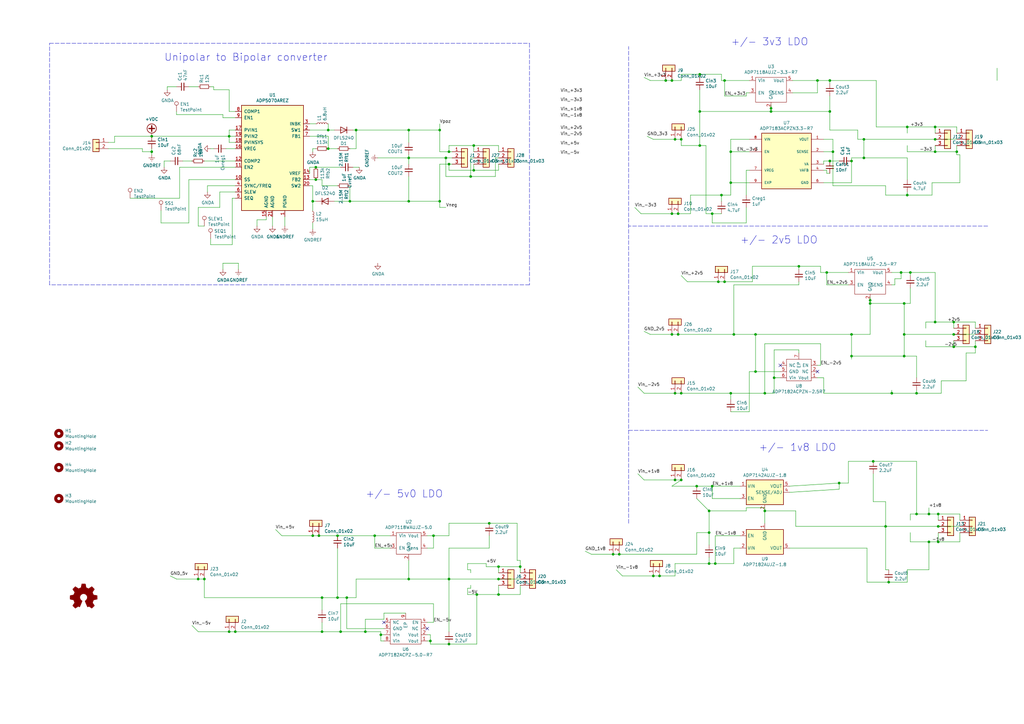
<source format=kicad_sch>
(kicad_sch (version 20211123) (generator eeschema)
  (paper "A3")
  (junction (at 177.8 219.71))
  (junction (at 129.54 73.66))
  (junction (at 364.49 238.76))
  (junction (at 391.16 132.08))
  (junction (at 167.64 53.34))
  (junction (at 129.54 68.58))
  (junction (at 193.04 72.39))
  (junction (at 128.27 82.55))
  (junction (at 340.36 45.72))
  (junction (at 279.4 196.85))
  (junction (at 276.86 161.29))
  (junction (at 184.15 264.16))
  (junction (at 375.92 210.82))
  (junction (at 96.52 259.08))
  (junction (at 381 210.82))
  (junction (at 349.25 137.16))
  (junction (at 213.36 232.41))
  (junction (at 130.81 219.71))
  (junction (at 285.75 199.39))
  (junction (at 344.17 198.12))
  (junction (at 365.76 161.29))
  (junction (at 299.72 161.29))
  (junction (at 327.66 109.22))
  (junction (at 204.47 232.41))
  (junction (at 138.43 245.11))
  (junction (at 370.84 146.05))
  (junction (at 349.25 146.05))
  (junction (at 278.13 137.16))
  (junction (at 184.15 62.23))
  (junction (at 391.16 142.24))
  (junction (at 139.7 259.08))
  (junction (at 384.81 215.9))
  (junction (at 299.72 74.93))
  (junction (at 375.92 161.29))
  (junction (at 290.83 218.44))
  (junction (at 128.27 219.71))
  (junction (at 370.84 124.46))
  (junction (at 354.33 57.15))
  (junction (at 358.14 189.23))
  (junction (at 292.1 199.39))
  (junction (at 340.36 66.04))
  (junction (at 313.69 161.29))
  (junction (at 356.87 123.19))
  (junction (at 275.59 33.02))
  (junction (at 335.28 33.02))
  (junction (at 83.82 237.49))
  (junction (at 372.11 80.01))
  (junction (at 349.25 66.04))
  (junction (at 167.64 64.77))
  (junction (at 194.31 59.69))
  (junction (at 309.88 152.4))
  (junction (at 363.22 215.9))
  (junction (at 287.02 30.48))
  (junction (at 142.24 245.11))
  (junction (at 182.88 64.77))
  (junction (at 167.64 82.55))
  (junction (at 184.15 237.49))
  (junction (at 146.05 53.34))
  (junction (at 316.23 45.72))
  (junction (at 292.1 87.63))
  (junction (at 251.46 227.33))
  (junction (at 176.53 262.89))
  (junction (at 276.86 196.85))
  (junction (at 134.62 53.34))
  (junction (at 400.05 142.24))
  (junction (at 276.86 57.15))
  (junction (at 279.4 57.15))
  (junction (at 392.43 62.23))
  (junction (at 194.31 69.85))
  (junction (at 317.5 154.94))
  (junction (at 200.66 214.63))
  (junction (at 81.28 237.49))
  (junction (at 132.08 245.11))
  (junction (at 279.4 161.29))
  (junction (at 309.88 137.16))
  (junction (at 391.16 137.16))
  (junction (at 93.98 259.08))
  (junction (at 156.21 260.35))
  (junction (at 295.91 80.01))
  (junction (at 290.83 231.14))
  (junction (at 381 222.25))
  (junction (at 384.81 222.25))
  (junction (at 370.84 137.16))
  (junction (at 339.09 111.76))
  (junction (at 184.15 67.31))
  (junction (at 275.59 137.16))
  (junction (at 340.36 33.02))
  (junction (at 313.69 209.55))
  (junction (at 297.18 115.57))
  (junction (at 383.54 52.07))
  (junction (at 132.08 259.08))
  (junction (at 369.57 111.76))
  (junction (at 149.86 259.08))
  (junction (at 290.83 209.55))
  (junction (at 143.51 82.55))
  (junction (at 372.11 52.07))
  (junction (at 341.63 62.23))
  (junction (at 62.23 55.88))
  (junction (at 300.99 137.16))
  (junction (at 373.38 111.76))
  (junction (at 167.64 237.49))
  (junction (at 293.37 231.14))
  (junction (at 153.67 219.71))
  (junction (at 180.34 82.55))
  (junction (at 275.59 87.63))
  (junction (at 383.54 57.15))
  (junction (at 195.58 243.84))
  (junction (at 62.23 62.23))
  (junction (at 384.81 210.82))
  (junction (at 270.51 236.22))
  (junction (at 287.02 45.72))
  (junction (at 299.72 62.23))
  (junction (at 287.02 59.69))
  (junction (at 204.47 243.84))
  (junction (at 267.97 236.22))
  (junction (at 294.64 115.57))
  (junction (at 180.34 53.34))
  (junction (at 138.43 219.71))
  (junction (at 383.54 132.08))
  (junction (at 134.62 60.96))
  (junction (at 204.47 237.49))
  (junction (at 254 227.33))
  (junction (at 297.18 33.02))
  (junction (at 356.87 124.46))
  (junction (at 93.98 55.88))
  (junction (at 316.23 44.45))
  (junction (at 278.13 87.63))
  (junction (at 354.33 64.77))
  (junction (at 383.54 62.23))
  (junction (at 273.05 33.02))
  (no_connect (at 335.28 152.4))
  (no_connect (at 175.26 257.81))
  (no_connect (at 320.04 149.86))
  (no_connect (at 157.48 255.27))
  (wire (pts (xy 81.28 35.56) (xy 77.47 35.56)))
  (wire (pts (xy 306.07 209.55) (xy 290.83 209.55)))
  (wire (pts (xy 72.39 46.99) (xy 91.44 46.99)))
  (wire (pts (xy 213.36 243.84) (xy 204.47 243.84)))
  (wire (pts (xy 91.44 107.95) (xy 97.79 107.95)))
  (wire (pts (xy 365.76 111.76) (xy 369.57 111.76)))
  (wire (pts (xy 349.25 137.16) (xy 309.88 137.16)))
  (wire (pts (xy 138.43 76.2) (xy 132.08 76.2)))
  (wire (pts (xy 87.63 36.83) (xy 87.63 35.56)))
  (wire (pts (xy 142.24 257.81) (xy 157.48 257.81)))
  (wire (pts (xy 180.34 85.09) (xy 182.88 85.09)))
  (wire (pts (xy 72.39 35.56) (xy 68.58 35.56)))
  (wire (pts (xy 392.43 57.15) (xy 383.54 57.15)))
  (wire (pts (xy 204.47 64.77) (xy 203.2 64.77)))
  (wire (pts (xy 78.74 66.04) (xy 74.93 66.04)))
  (wire (pts (xy 308.61 109.22) (xy 308.61 115.57)))
  (wire (pts (xy 139.7 259.08) (xy 149.86 259.08)))
  (wire (pts (xy 373.38 111.76) (xy 383.54 111.76)))
  (wire (pts (xy 396.24 156.21) (xy 396.24 144.78)))
  (wire (pts (xy 93.98 58.42) (xy 96.52 58.42)))
  (wire (pts (xy 96.52 68.58) (xy 73.66 68.58)))
  (wire (pts (xy 254 227.33) (xy 285.75 227.33)))
  (wire (pts (xy 128.27 219.71) (xy 115.57 219.71)))
  (wire (pts (xy 295.91 33.02) (xy 297.18 33.02)))
  (wire (pts (xy 138.43 219.71) (xy 153.67 219.71)))
  (wire (pts (xy 363.22 233.68) (xy 364.49 233.68)))
  (wire (pts (xy 339.09 71.12) (xy 340.36 71.12)))
  (wire (pts (xy 349.25 137.16) (xy 349.25 146.05)))
  (wire (pts (xy 287.02 45.72) (xy 316.23 45.72)))
  (wire (pts (xy 254 227.33) (xy 251.46 227.33)))
  (wire (pts (xy 336.55 140.97) (xy 313.69 140.97)))
  (wire (pts (xy 354.33 57.15) (xy 383.54 57.15)))
  (wire (pts (xy 184.15 237.49) (xy 204.47 237.49)))
  (wire (pts (xy 184.15 214.63) (xy 184.15 219.71)))
  (wire (pts (xy 320.04 154.94) (xy 317.5 154.94)))
  (polyline (pts (xy 217.17 116.84) (xy 20.32 116.84)))
  (wire (pts (xy 279.4 33.02) (xy 275.59 33.02)))
  (wire (pts (xy 375.92 161.29) (xy 386.08 161.29)))
  (wire (pts (xy 83.82 92.71) (xy 81.28 92.71)))
  (wire (pts (xy 297.18 33.02) (xy 297.18 39.37)))
  (wire (pts (xy 138.43 60.96) (xy 134.62 60.96)))
  (wire (pts (xy 132.08 76.2) (xy 132.08 73.66)))
  (wire (pts (xy 327.66 110.49) (xy 327.66 109.22)))
  (wire (pts (xy 287.02 31.75) (xy 287.02 30.48)))
  (wire (pts (xy 372.11 233.68) (xy 372.11 238.76)))
  (wire (pts (xy 143.51 76.2) (xy 143.51 82.55)))
  (wire (pts (xy 383.54 52.07) (xy 383.54 54.61)))
  (wire (pts (xy 278.13 137.16) (xy 300.99 137.16)))
  (wire (pts (xy 358.14 194.31) (xy 358.14 205.74)))
  (wire (pts (xy 175.26 219.71) (xy 177.8 219.71)))
  (wire (pts (xy 86.36 100.33) (xy 86.36 97.79)))
  (wire (pts (xy 363.22 76.2) (xy 363.22 80.01)))
  (polyline (pts (xy 257.81 214.63) (xy 257.81 19.05)))
  (wire (pts (xy 191.77 243.84) (xy 195.58 243.84)))
  (wire (pts (xy 299.72 57.15) (xy 307.34 57.15)))
  (wire (pts (xy 386.08 156.21) (xy 396.24 156.21)))
  (wire (pts (xy 191.77 241.3) (xy 191.77 243.84)))
  (wire (pts (xy 326.39 215.9) (xy 326.39 209.55)))
  (wire (pts (xy 157.48 251.46) (xy 157.48 254)))
  (wire (pts (xy 285.75 218.44) (xy 285.75 227.33)))
  (wire (pts (xy 299.72 161.29) (xy 313.69 161.29)))
  (wire (pts (xy 341.63 76.2) (xy 363.22 76.2)))
  (wire (pts (xy 184.15 259.08) (xy 184.15 237.49)))
  (wire (pts (xy 96.52 55.88) (xy 93.98 55.88)))
  (wire (pts (xy 335.28 149.86) (xy 336.55 149.86)))
  (wire (pts (xy 195.58 243.84) (xy 195.58 264.16)))
  (wire (pts (xy 156.21 262.89) (xy 157.48 262.89)))
  (wire (pts (xy 283.21 87.63) (xy 278.13 87.63)))
  (wire (pts (xy 372.11 62.23) (xy 372.11 59.69)))
  (wire (pts (xy 337.82 57.15) (xy 341.63 57.15)))
  (wire (pts (xy 68.58 35.56) (xy 68.58 36.83)))
  (wire (pts (xy 393.7 63.5) (xy 392.43 63.5)))
  (wire (pts (xy 363.22 215.9) (xy 326.39 215.9)))
  (wire (pts (xy 369.57 114.3) (xy 369.57 111.76)))
  (wire (pts (xy 336.55 111.76) (xy 339.09 111.76)))
  (wire (pts (xy 195.58 243.84) (xy 204.47 243.84)))
  (wire (pts (xy 184.15 67.31) (xy 180.34 67.31)))
  (wire (pts (xy 358.14 189.23) (xy 375.92 189.23)))
  (wire (pts (xy 279.4 30.48) (xy 287.02 30.48)))
  (wire (pts (xy 193.04 64.77) (xy 194.31 64.77)))
  (wire (pts (xy 46.99 58.42) (xy 44.45 58.42)))
  (wire (pts (xy 199.39 232.41) (xy 199.39 231.14)))
  (wire (pts (xy 386.08 156.21) (xy 386.08 161.29)))
  (wire (pts (xy 184.15 214.63) (xy 200.66 214.63)))
  (wire (pts (xy 367.03 114.3) (xy 369.57 114.3)))
  (wire (pts (xy 85.09 76.2) (xy 96.52 76.2)))
  (wire (pts (xy 95.25 81.28) (xy 96.52 81.28)))
  (wire (pts (xy 142.24 245.11) (xy 142.24 257.81)))
  (wire (pts (xy 384.81 218.44) (xy 384.81 222.25)))
  (wire (pts (xy 370.84 137.16) (xy 370.84 146.05)))
  (wire (pts (xy 337.82 69.85) (xy 339.09 69.85)))
  (wire (pts (xy 313.69 209.55) (xy 313.69 214.63)))
  (wire (pts (xy 184.15 59.69) (xy 194.31 59.69)))
  (wire (pts (xy 278.13 87.63) (xy 275.59 87.63)))
  (wire (pts (xy 292.1 91.44) (xy 306.07 91.44)))
  (wire (pts (xy 182.88 64.77) (xy 185.42 64.77)))
  (wire (pts (xy 213.36 229.87) (xy 213.36 232.41)))
  (wire (pts (xy 146.05 245.11) (xy 142.24 245.11)))
  (wire (pts (xy 340.36 34.29) (xy 340.36 33.02)))
  (wire (pts (xy 276.86 231.14) (xy 276.86 236.22)))
  (wire (pts (xy 279.4 59.69) (xy 279.4 57.15)))
  (wire (pts (xy 128.27 76.2) (xy 128.27 82.55)))
  (wire (pts (xy 139.7 247.65) (xy 139.7 259.08)))
  (wire (pts (xy 283.21 80.01) (xy 295.91 80.01)))
  (wire (pts (xy 77.47 73.66) (xy 77.47 91.44)))
  (wire (pts (xy 400.05 142.24) (xy 400.05 139.7)))
  (wire (pts (xy 193.04 233.68) (xy 191.77 233.68)))
  (wire (pts (xy 212.09 229.87) (xy 213.36 229.87)))
  (wire (pts (xy 93.98 55.88) (xy 93.98 58.42)))
  (wire (pts (xy 279.4 30.48) (xy 279.4 33.02)))
  (wire (pts (xy 109.22 88.9) (xy 109.22 90.17)))
  (wire (pts (xy 309.88 137.16) (xy 309.88 152.4)))
  (wire (pts (xy 287.02 45.72) (xy 287.02 59.69)))
  (wire (pts (xy 365.76 161.29) (xy 365.76 160.02)))
  (wire (pts (xy 290.83 218.44) (xy 285.75 218.44)))
  (wire (pts (xy 127 76.2) (xy 128.27 76.2)))
  (wire (pts (xy 364.49 238.76) (xy 372.11 238.76)))
  (wire (pts (xy 281.94 115.57) (xy 279.4 113.03)))
  (wire (pts (xy 142.24 245.11) (xy 138.43 245.11)))
  (wire (pts (xy 372.11 73.66) (xy 372.11 64.77)))
  (wire (pts (xy 356.87 137.16) (xy 349.25 137.16)))
  (wire (pts (xy 347.98 189.23) (xy 347.98 198.12)))
  (wire (pts (xy 303.53 204.47) (xy 292.1 204.47)))
  (wire (pts (xy 184.15 69.85) (xy 194.31 69.85)))
  (wire (pts (xy 85.09 76.2) (xy 85.09 78.74)))
  (wire (pts (xy 86.36 60.96) (xy 87.63 60.96)))
  (wire (pts (xy 129.54 73.66) (xy 132.08 73.66)))
  (wire (pts (xy 87.63 35.56) (xy 86.36 35.56)))
  (wire (pts (xy 306.07 38.1) (xy 306.07 39.37)))
  (wire (pts (xy 294.64 115.57) (xy 281.94 115.57)))
  (wire (pts (xy 323.85 224.79) (xy 355.6 224.79)))
  (wire (pts (xy 307.34 38.1) (xy 306.07 38.1)))
  (wire (pts (xy 116.84 88.9) (xy 116.84 92.71)))
  (wire (pts (xy 273.05 33.02) (xy 266.7 33.02)))
  (wire (pts (xy 203.2 72.39) (xy 193.04 72.39)))
  (wire (pts (xy 317.5 143.51) (xy 317.5 154.94)))
  (wire (pts (xy 391.16 142.24) (xy 391.16 139.7)))
  (wire (pts (xy 392.43 52.07) (xy 392.43 54.61)))
  (wire (pts (xy 255.27 236.22) (xy 252.73 233.68)))
  (wire (pts (xy 251.46 227.33) (xy 242.57 227.33)))
  (wire (pts (xy 383.54 62.23) (xy 372.11 62.23)))
  (wire (pts (xy 339.09 111.76) (xy 347.98 111.76)))
  (wire (pts (xy 67.31 68.58) (xy 67.31 66.04)))
  (wire (pts (xy 204.47 243.84) (xy 204.47 240.03)))
  (wire (pts (xy 146.05 60.96) (xy 146.05 53.34)))
  (wire (pts (xy 149.86 254) (xy 149.86 259.08)))
  (wire (pts (xy 129.54 60.96) (xy 128.27 60.96)))
  (wire (pts (xy 393.7 74.93) (xy 393.7 63.5)))
  (wire (pts (xy 327.66 116.84) (xy 327.66 115.57)))
  (wire (pts (xy 335.28 154.94) (xy 337.82 154.94)))
  (wire (pts (xy 293.37 219.71) (xy 293.37 231.14)))
  (wire (pts (xy 180.34 82.55) (xy 167.64 82.55)))
  (wire (pts (xy 349.25 147.32) (xy 349.25 146.05)))
  (wire (pts (xy 193.04 240.03) (xy 193.04 241.3)))
  (wire (pts (xy 355.6 238.76) (xy 364.49 238.76)))
  (wire (pts (xy 213.36 232.41) (xy 204.47 232.41)))
  (wire (pts (xy 44.45 60.96) (xy 58.42 60.96)))
  (wire (pts (xy 176.53 264.16) (xy 176.53 262.89)))
  (wire (pts (xy 400.05 132.08) (xy 391.16 132.08)))
  (wire (pts (xy 313.69 140.97) (xy 313.69 161.29)))
  (wire (pts (xy 275.59 199.39) (xy 285.75 199.39)))
  (wire (pts (xy 132.08 259.08) (xy 139.7 259.08)))
  (wire (pts (xy 382.27 74.93) (xy 393.7 74.93)))
  (wire (pts (xy 143.51 60.96) (xy 146.05 60.96)))
  (wire (pts (xy 143.51 82.55) (xy 137.16 82.55)))
  (wire (pts (xy 287.02 30.48) (xy 295.91 30.48)))
  (wire (pts (xy 278.13 137.16) (xy 275.59 137.16)))
  (wire (pts (xy 180.34 82.55) (xy 180.34 85.09)))
  (wire (pts (xy 337.82 161.29) (xy 365.76 161.29)))
  (wire (pts (xy 262.89 87.63) (xy 260.35 85.09)))
  (wire (pts (xy 167.64 237.49) (xy 184.15 237.49)))
  (wire (pts (xy 337.82 74.93) (xy 349.25 74.93)))
  (wire (pts (xy 337.82 66.04) (xy 340.36 66.04)))
  (wire (pts (xy 340.36 66.04) (xy 344.17 66.04)))
  (wire (pts (xy 95.25 81.28) (xy 95.25 100.33)))
  (wire (pts (xy 138.43 245.11) (xy 132.08 245.11)))
  (wire (pts (xy 270.51 236.22) (xy 267.97 236.22)))
  (wire (pts (xy 87.63 36.83) (xy 93.98 36.83)))
  (wire (pts (xy 134.62 53.34) (xy 137.16 53.34)))
  (wire (pts (xy 204.47 232.41) (xy 204.47 234.95)))
  (wire (pts (xy 95.25 100.33) (xy 86.36 100.33)))
  (wire (pts (xy 275.59 33.02) (xy 273.05 33.02)))
  (wire (pts (xy 138.43 224.79) (xy 138.43 245.11)))
  (wire (pts (xy 204.47 62.23) (xy 204.47 59.69)))
  (wire (pts (xy 383.54 111.76) (xy 383.54 132.08)))
  (wire (pts (xy 400.05 132.08) (xy 400.05 134.62)))
  (wire (pts (xy 393.7 210.82) (xy 384.81 210.82)))
  (wire (pts (xy 200.66 224.79) (xy 184.15 224.79)))
  (wire (pts (xy 91.44 110.49) (xy 91.44 107.95)))
  (wire (pts (xy 156.21 260.35) (xy 156.21 262.89)))
  (wire (pts (xy 195.58 264.16) (xy 184.15 264.16)))
  (wire (pts (xy 184.15 62.23) (xy 184.15 59.69)))
  (polyline (pts (xy 257.81 176.53) (xy 405.13 176.53)))
  (wire (pts (xy 81.28 259.08) (xy 78.74 256.54)))
  (wire (pts (xy 297.18 115.57) (xy 294.64 115.57)))
  (wire (pts (xy 344.17 200.66) (xy 344.17 198.12)))
  (wire (pts (xy 392.43 62.23) (xy 392.43 59.69)))
  (wire (pts (xy 67.31 66.04) (xy 69.85 66.04)))
  (wire (pts (xy 372.11 233.68) (xy 381 233.68)))
  (wire (pts (xy 306.07 208.28) (xy 306.07 209.55)))
  (wire (pts (xy 290.83 218.44) (xy 290.83 209.55)))
  (wire (pts (xy 62.23 62.23) (xy 62.23 60.96)))
  (wire (pts (xy 336.55 111.76) (xy 336.55 109.22)))
  (wire (pts (xy 393.7 210.82) (xy 393.7 213.36)))
  (wire (pts (xy 167.64 63.5) (xy 167.64 64.77)))
  (wire (pts (xy 300.99 116.84) (xy 300.99 137.16)))
  (wire (pts (xy 349.25 74.93) (xy 349.25 66.04)))
  (wire (pts (xy 73.66 81.28) (xy 53.34 81.28)))
  (wire (pts (xy 295.91 80.01) (xy 299.72 80.01)))
  (wire (pts (xy 264.16 196.85) (xy 261.62 194.31)))
  (polyline (pts (xy 20.32 17.78) (xy 217.17 17.78)))
  (wire (pts (xy 299.72 163.83) (xy 299.72 161.29)))
  (wire (pts (xy 308.61 115.57) (xy 297.18 115.57)))
  (wire (pts (xy 180.34 53.34) (xy 167.64 53.34)))
  (wire (pts (xy 134.62 60.96) (xy 134.62 55.88)))
  (wire (pts (xy 299.72 168.91) (xy 307.34 168.91)))
  (wire (pts (xy 391.16 132.08) (xy 391.16 134.62)))
  (wire (pts (xy 264.16 161.29) (xy 261.62 158.75)))
  (wire (pts (xy 176.53 260.35) (xy 175.26 260.35)))
  (wire (pts (xy 128.27 82.55) (xy 128.27 86.36)))
  (wire (pts (xy 194.31 59.69) (xy 194.31 62.23)))
  (wire (pts (xy 83.82 237.49) (xy 81.28 237.49)))
  (wire (pts (xy 167.64 229.87) (xy 167.64 237.49)))
  (wire (pts (xy 316.23 45.72) (xy 316.23 44.45)))
  (wire (pts (xy 128.27 91.44) (xy 128.27 93.98)))
  (wire (pts (xy 383.54 132.08) (xy 379.73 132.08)))
  (wire (pts (xy 337.82 154.94) (xy 337.82 161.29)))
  (wire (pts (xy 317.5 154.94) (xy 317.5 161.29)))
  (wire (pts (xy 91.44 46.99) (xy 91.44 48.26)))
  (wire (pts (xy 336.55 149.86) (xy 336.55 140.97)))
  (wire (pts (xy 307.34 168.91) (xy 307.34 152.4)))
  (wire (pts (xy 372.11 52.07) (xy 372.11 54.61)))
  (wire (pts (xy 180.34 50.8) (xy 180.34 53.34)))
  (wire (pts (xy 290.83 209.55) (xy 285.75 204.47)))
  (wire (pts (xy 127 53.34) (xy 134.62 53.34)))
  (wire (pts (xy 46.99 55.88) (xy 46.99 58.42)))
  (wire (pts (xy 287.02 59.69) (xy 279.4 59.69)))
  (wire (pts (xy 143.51 82.55) (xy 167.64 82.55)))
  (wire (pts (xy 292.1 204.47) (xy 292.1 199.39)))
  (wire (pts (xy 283.21 80.01) (xy 283.21 87.63)))
  (wire (pts (xy 276.86 57.15) (xy 267.97 57.15)))
  (wire (pts (xy 279.4 57.15) (xy 276.86 57.15)))
  (wire (pts (xy 96.52 53.34) (xy 93.98 53.34)))
  (wire (pts (xy 290.83 223.52) (xy 290.83 218.44)))
  (wire (pts (xy 400.05 137.16) (xy 391.16 137.16)))
  (wire (pts (xy 356.87 124.46) (xy 370.84 124.46)))
  (wire (pts (xy 204.47 232.41) (xy 199.39 232.41)))
  (wire (pts (xy 392.43 52.07) (xy 383.54 52.07)))
  (wire (pts (xy 185.42 67.31) (xy 184.15 67.31)))
  (wire (pts (xy 365.76 161.29) (xy 375.92 161.29)))
  (wire (pts (xy 313.69 161.29) (xy 317.5 161.29)))
  (wire (pts (xy 289.56 59.69) (xy 287.02 59.69)))
  (wire (pts (xy 127 68.58) (xy 129.54 68.58)))
  (wire (pts (xy 292.1 87.63) (xy 295.91 87.63)))
  (wire (pts (xy 327.66 143.51) (xy 317.5 143.51)))
  (wire (pts (xy 382.27 74.93) (xy 382.27 80.01)))
  (wire (pts (xy 384.81 222.25) (xy 393.7 222.25)))
  (wire (pts (xy 167.64 82.55) (xy 167.64 72.39)))
  (wire (pts (xy 306.07 39.37) (xy 297.18 39.37)))
  (wire (pts (xy 369.57 111.76) (xy 373.38 111.76)))
  (wire (pts (xy 199.39 231.14) (xy 191.77 231.14)))
  (wire (pts (xy 354.33 64.77) (xy 349.25 64.77)))
  (wire (pts (xy 373.38 118.11) (xy 373.38 124.46)))
  (wire (pts (xy 276.86 161.29) (xy 264.16 161.29)))
  (wire (pts (xy 146.05 53.34) (xy 167.64 53.34)))
  (wire (pts (xy 375.92 146.05) (xy 370.84 146.05)))
  (wire (pts (xy 111.76 88.9) (xy 111.76 92.71)))
  (wire (pts (xy 91.44 48.26) (xy 96.52 48.26)))
  (wire (pts (xy 351.79 57.15) (xy 351.79 53.34)))
  (wire (pts (xy 267.97 236.22) (xy 255.27 236.22)))
  (wire (pts (xy 370.84 137.16) (xy 391.16 137.16)))
  (wire (pts (xy 177.8 219.71) (xy 184.15 219.71)))
  (wire (pts (xy 375.92 161.29) (xy 375.92 160.02)))
  (wire (pts (xy 62.23 55.88) (xy 46.99 55.88)))
  (wire (pts (xy 372.11 64.77) (xy 354.33 64.77)))
  (wire (pts (xy 340.36 39.37) (xy 340.36 45.72)))
  (wire (pts (xy 144.78 68.58) (xy 147.32 68.58)))
  (wire (pts (xy 400.05 144.78) (xy 400.05 142.24)))
  (wire (pts (xy 213.36 232.41) (xy 213.36 234.95)))
  (wire (pts (xy 130.81 219.71) (xy 128.27 219.71)))
  (wire (pts (xy 393.7 215.9) (xy 384.81 215.9)))
  (wire (pts (xy 149.86 259.08) (xy 156.21 259.08)))
  (wire (pts (xy 316.23 44.45) (xy 316.23 43.18)))
  (wire (pts (xy 276.86 231.14) (xy 290.83 231.14)))
  (wire (pts (xy 299.72 74.93) (xy 299.72 80.01)))
  (wire (pts (xy 213.36 237.49) (xy 204.47 237.49)))
  (wire (pts (xy 340.36 33.02) (xy 335.28 33.02)))
  (wire (pts (xy 356.87 123.19) (xy 356.87 124.46)))
  (wire (pts (xy 383.54 62.23) (xy 392.43 62.23)))
  (wire (pts (xy 287.02 36.83) (xy 287.02 45.72)))
  (wire (pts (xy 408.94 27.94) (xy 408.94 33.02)))
  (wire (pts (xy 339.09 69.85) (xy 339.09 71.12)))
  (wire (pts (xy 184.15 67.31) (xy 184.15 69.85)))
  (wire (pts (xy 203.2 64.77) (xy 203.2 72.39)))
  (wire (pts (xy 109.22 90.17) (xy 105.41 90.17)))
  (wire (pts (xy 66.04 91.44) (xy 66.04 86.36)))
  (wire (pts (xy 182.88 72.39) (xy 182.88 64.77)))
  (wire (pts (xy 351.79 57.15) (xy 354.33 57.15)))
  (wire (pts (xy 340.36 33.02) (xy 359.41 33.02)))
  (wire (pts (xy 93.98 53.34) (xy 93.98 55.88)))
  (wire (pts (xy 373.38 113.03) (xy 373.38 111.76)))
  (wire (pts (xy 293.37 231.14) (xy 300.99 231.14)))
  (wire (pts (xy 379.73 142.24) (xy 391.16 142.24)))
  (wire (pts (xy 81.28 237.49) (xy 72.39 237.49)))
  (wire (pts (xy 373.38 222.25) (xy 381 222.25)))
  (wire (pts (xy 279.4 161.29) (xy 299.72 161.29)))
  (wire (pts (xy 212.09 214.63) (xy 212.09 229.87)))
  (wire (pts (xy 325.12 33.02) (xy 335.28 33.02)))
  (polyline (pts (xy 405.13 92.71) (xy 257.81 92.71)))
  (wire (pts (xy 325.12 38.1) (xy 335.28 38.1)))
  (wire (pts (xy 379.73 142.24) (xy 379.73 139.7)))
  (wire (pts (xy 356.87 121.92) (xy 356.87 123.19)))
  (wire (pts (xy 176.53 264.16) (xy 184.15 264.16)))
  (wire (pts (xy 132.08 255.27) (xy 132.08 259.08)))
  (wire (pts (xy 373.38 210.82) (xy 373.38 213.36)))
  (wire (pts (xy 175.26 255.27) (xy 177.8 255.27)))
  (wire (pts (xy 153.67 219.71) (xy 153.67 224.79)))
  (wire (pts (xy 127 73.66) (xy 129.54 73.66)))
  (wire (pts (xy 295.91 82.55) (xy 295.91 80.01)))
  (wire (pts (xy 299.72 62.23) (xy 299.72 74.93)))
  (wire (pts (xy 306.07 91.44) (xy 306.07 85.09)))
  (wire (pts (xy 306.07 69.85) (xy 306.07 80.01)))
  (wire (pts (xy 58.42 60.96) (xy 58.42 62.23)))
  (wire (pts (xy 90.17 78.74) (xy 96.52 78.74)))
  (wire (pts (xy 97.79 107.95) (xy 97.79 110.49)))
  (wire (pts (xy 266.7 33.02) (xy 264.16 31.75)))
  (polyline (pts (xy 20.32 116.84) (xy 20.32 17.78)))
  (wire (pts (xy 153.67 219.71) (xy 160.02 219.71)))
  (wire (pts (xy 81.28 85.09) (xy 90.17 85.09)))
  (wire (pts (xy 337.82 66.04) (xy 337.82 67.31)))
  (wire (pts (xy 351.79 53.34) (xy 340.36 53.34)))
  (wire (pts (xy 279.4 196.85) (xy 276.86 196.85)))
  (wire (pts (xy 375.92 210.82) (xy 373.38 210.82)))
  (wire (pts (xy 379.73 132.08) (xy 379.73 134.62)))
  (wire (pts (xy 359.41 33.02) (xy 359.41 52.07)))
  (wire (pts (xy 372.11 80.01) (xy 372.11 78.74)))
  (wire (pts (xy 290.83 231.14) (xy 293.37 231.14)))
  (wire (pts (xy 370.84 146.05) (xy 349.25 146.05)))
  (wire (pts (xy 299.72 57.15) (xy 299.72 62.23)))
  (wire (pts (xy 115.57 219.71) (xy 113.03 217.17)))
  (wire (pts (xy 127 68.58) (xy 127 71.12)))
  (wire (pts (xy 130.81 219.71) (xy 138.43 219.71)))
  (wire (pts (xy 213.36 240.03) (xy 213.36 243.84)))
  (wire (pts (xy 355.6 224.79) (xy 355.6 238.76)))
  (wire (pts (xy 177.8 255.27) (xy 177.8 247.65)))
  (wire (pts (xy 275.59 199.39) (xy 279.4 196.85)))
  (wire (pts (xy 96.52 45.72) (xy 93.98 45.72)))
  (wire (pts (xy 72.39 237.49) (xy 69.85 236.22)))
  (wire (pts (xy 372.11 52.07) (xy 359.41 52.07)))
  (wire (pts (xy 72.39 46.99) (xy 72.39 45.72)))
  (wire (pts (xy 177.8 247.65) (xy 139.7 247.65)))
  (wire (pts (xy 375.92 154.94) (xy 375.92 146.05)))
  (wire (pts (xy 381 208.28) (xy 381 210.82)))
  (wire (pts (xy 381 233.68) (xy 381 222.25)))
  (wire (pts (xy 146.05 237.49) (xy 146.05 245.11)))
  (wire (pts (xy 363.22 80.01) (xy 372.11 80.01)))
  (wire (pts (xy 184.15 62.23) (xy 180.34 62.23)))
  (wire (pts (xy 194.31 69.85) (xy 194.31 67.31)))
  (wire (pts (xy 384.81 210.82) (xy 384.81 213.36)))
  (wire (pts (xy 316.23 45.72) (xy 340.36 45.72)))
  (wire (pts (xy 166.37 251.46) (xy 157.48 251.46)))
  (wire (pts (xy 176.53 262.89) (xy 175.26 262.89)))
  (wire (pts (xy 363.22 205.74) (xy 363.22 215.9)))
  (wire (pts (xy 276.86 196.85) (xy 264.16 196.85)))
  (wire (pts (xy 81.28 92.71) (xy 81.28 85.09)))
  (wire (pts (xy 176.53 262.89) (xy 176.53 260.35)))
  (wire (pts (xy 295.91 33.02) (xy 295.91 30.48)))
  (wire (pts (xy 96.52 259.08) (xy 93.98 259.08)))
  (wire (pts (xy 96.52 66.04) (xy 83.82 66.04)))
  (wire (pts (xy 193.04 72.39) (xy 193.04 64.77)))
  (wire (pts (xy 393.7 222.25) (xy 393.7 218.44)))
  (wire (pts (xy 146.05 237.49) (xy 167.64 237.49)))
  (wire (pts (xy 349.25 66.04) (xy 349.25 64.77)))
  (wire (pts (xy 275.59 87.63) (xy 262.89 87.63)))
  (wire (pts (xy 347.98 116.84) (xy 339.09 116.84)))
  (wire (pts (xy 335.28 38.1) (xy 335.28 33.02)))
  (wire (pts (xy 363.22 215.9) (xy 363.22 233.68)))
  (wire (pts (xy 180.34 67.31) (xy 180.34 82.55)))
  (wire (pts (xy 289.56 87.63) (xy 292.1 87.63)))
  (wire (pts (xy 58.42 62.23) (xy 62.23 62.23)))
  (wire (pts (xy 144.78 53.34) (xy 146.05 53.34)))
  (wire (pts (xy 300.99 224.79) (xy 303.53 224.79)))
  (wire (pts (xy 93.98 45.72) (xy 93.98 36.83)))
  (wire (pts (xy 175.26 224.79) (xy 177.8 224.79)))
  (wire (pts (xy 153.67 224.79) (xy 160.02 224.79)))
  (wire (pts (xy 323.85 201.93) (xy 344.17 200.66)))
  (wire (pts (xy 62.23 63.5) (xy 62.23 62.23)))
  (wire (pts (xy 292.1 199.39) (xy 303.53 199.39)))
  (wire (pts (xy 341.63 62.23) (xy 341.63 76.2)))
  (wire (pts (xy 327.66 116.84) (xy 300.99 116.84)))
  (wire (pts (xy 156.21 260.35) (xy 157.48 260.35)))
  (wire (pts (xy 200.66 214.63) (xy 212.09 214.63)))
  (wire (pts (xy 300.99 137.16) (xy 309.88 137.16)))
  (wire (pts (xy 200.66 219.71) (xy 200.66 224.79)))
  (wire (pts (xy 370.84 137.16) (xy 370.84 124.46)))
  (wire (pts (xy 185.42 62.23) (xy 184.15 62.23)))
  (wire (pts (xy 134.62 55.88) (xy 127 55.88)))
  (wire (pts (xy 77.47 91.44) (xy 66.04 91.44)))
  (wire (pts (xy 356.87 124.46) (xy 356.87 137.16)))
  (wire (pts (xy 193.04 241.3) (xy 191.77 241.3)))
  (wire (pts (xy 337.82 62.23) (xy 341.63 62.23)))
  (wire (pts (xy 83.82 245.11) (xy 83.82 237.49)))
  (wire (pts (xy 381 222.25) (xy 384.81 222.25)))
  (wire (pts (xy 167.64 64.77) (xy 167.64 67.31)))
  (wire (pts (xy 154.94 64.77) (xy 167.64 64.77)))
  (wire (pts (xy 375.92 189.23) (xy 375.92 210.82)))
  (wire (pts (xy 204.47 67.31) (xy 204.47 69.85)))
  (wire (pts (xy 276.86 236.22) (xy 270.51 236.22)))
  (wire (pts (xy 392.43 63.5) (xy 392.43 62.23)))
  (wire (pts (xy 391.16 132.08) (xy 383.54 132.08)))
  (wire (pts (xy 320.04 152.4) (xy 309.88 152.4)))
  (wire (pts (xy 307.34 152.4) (xy 309.88 152.4)))
  (wire (pts (xy 242.57 227.33) (xy 240.03 226.06)))
  (wire (pts (xy 354.33 57.15) (xy 354.33 64.77)))
  (wire (pts (xy 157.48 254) (xy 149.86 254)))
  (wire (pts (xy 275.59 137.16) (xy 266.7 137.16)))
  (wire (pts (xy 83.82 245.11) (xy 132.08 245.11)))
  (wire (pts (xy 339.09 111.76) (xy 339.09 116.84)))
  (wire (pts (xy 347.98 189.23) (xy 358.14 189.23)))
  (wire (pts (xy 307.34 69.85) (xy 306.07 69.85)))
  (wire (pts (xy 326.39 209.55) (xy 313.69 209.55)))
  (wire (pts (xy 391.16 142.24) (xy 400.05 142.24)))
  (wire (pts (xy 177.8 224.79) (xy 177.8 219.71)))
  (wire (pts (xy 381 210.82) (xy 375.92 210.82)))
  (polyline (pts (xy 217.17 17.78) (xy 217.17 116.84)))
  (wire (pts (xy 297.18 33.02) (xy 307.34 33.02)))
  (wire (pts (xy 267.97 57.15) (xy 265.43 55.88)))
  (wire (pts (xy 180.34 62.23) (xy 180.34 53.34)))
  (wire (pts (xy 132.08 245.11) (xy 132.08 250.19)))
  (wire (pts (xy 191.77 231.14) (xy 191.77 233.68)))
  (wire (pts (xy 396.24 144.78) (xy 400.05 144.78)))
  (wire (pts (xy 372.11 80.01) (xy 382.27 80.01)))
  (wire (pts (xy 204.47 69.85) (xy 194.31 69.85)))
  (wire (pts (xy 370.84 124.46) (xy 373.38 124.46)))
  (wire (pts (xy 313.69 208.28) (xy 313.69 209.55)))
  (wire (pts (xy 341.63 57.15) (xy 341.63 62.23)))
  (wire (pts (xy 300.99 231.14) (xy 300.99 224.79)))
  (wire (pts (xy 96.52 73.66) (xy 77.47 73.66)))
  (wire (pts (xy 129.54 82.55) (xy 128.27 82.55)))
  (wire (pts (xy 96.52 60.96) (xy 92.71 60.96)))
  (wire (pts (xy 313.69 208.28) (xy 306.07 208.28)))
  (wire (pts (xy 193.04 72.39) (xy 182.88 72.39)))
  (wire (pts (xy 73.66 68.58) (xy 73.66 81.28)))
  (wire (pts (xy 363.22 215.9) (xy 384.81 215.9)))
  (wire (pts (xy 105.41 90.17) (xy 105.41 92.71)))
  (wire (pts (xy 307.34 74.93) (xy 299.72 74.93)))
  (wire (pts (xy 167.64 58.42) (xy 167.64 53.34)))
  (wire (pts (xy 93.98 259.08) (xy 81.28 259.08)))
  (wire (pts (xy 308.61 109.22) (xy 327.66 109.22)))
  (wire (pts (xy 156.21 259.08) (xy 156.21 260.35)))
  (wire (pts (xy 340.36 45.72) (xy 340.36 53.34)))
  (wire (pts (xy 204.47 59.69) (xy 194.31 59.69)))
  (wire (pts (xy 184.15 224.79) (xy 184.15 237.49)))
  (wire (pts (xy 383.54 52.07) (xy 372.11 52.07)))
  (wire (pts (xy 367.03 116.84) (xy 365.76 116.84)))
  (wire (pts (xy 193.04 234.95) (xy 193.04 233.68)))
  (wire (pts (xy 293.37 219.71) (xy 303.53 219.71)))
  (wire (pts (xy 358.14 205.74) (xy 363.22 205.74)))
  (wire (pts (xy 167.64 64.77) (xy 182.88 64.77)))
  (wire (pts (xy 367.03 114.3) (xy 367.03 116.84)))
  (wire (pts (xy 299.72 62.23) (xy 307.34 62.23)))
  (wire (pts (xy 327.66 109.22) (xy 336.55 109.22)))
  (wire (pts (xy 383.54 62.23) (xy 383.54 59.69)))
  (wire (pts (xy 129.54 68.58) (xy 139.7 68.58)))
  (wire (pts (xy 134.62 53.34) (xy 134.62 50.8)))
  (wire (pts (xy 93.98 55.88) (xy 62.23 55.88)))
  (wire (pts (xy 292.1 87.63) (xy 292.1 91.44)))
  (wire (pts (xy 344.17 198.12) (xy 323.85 199.39)))
  (wire (pts (xy 279.4 161.29) (xy 276.86 161.29)))
  (wire (pts (xy 127 50.8) (xy 129.54 50.8)))
  (wire (pts (xy 128.27 62.23) (xy 128.27 60.96)))
  (wire (pts (xy 90.17 85.09) (xy 90.17 78.74)))
  (wire (pts (xy 266.7 137.16) (xy 264.16 135.89)))
  (wire (pts (xy 373.38 218.44) (xy 373.38 222.25)))
  (wire (pts (xy 347.98 198.12) (xy 344.17 198.12)))
  (wire (pts (xy 96.52 259.08) (xy 132.08 259.08)))
  (wire (pts (xy 290.83 228.6) (xy 290.83 231.14)))
  (wire (pts (xy 289.56 87.63) (xy 289.56 59.69)))
  (wire (pts (xy 384.81 210.82) (xy 381 210.82)))
  (wire (pts (xy 285.75 199.39) (xy 292.1 199.39)))
  (wire (pts (xy 327.66 144.78) (xy 327.66 143.51)))
  (text "+/- 5v0 LDO\n" (at 149.86 204.47 0) (effects (font (size 2.9972 2.9972)) (justify left bottom)))
  (text "Unipolar to Bipolar converter" (at 67.31 25.4 0) (effects (font (size 2.9972 2.9972)) (justify left bottom)))
  (text "+/- 2v5 LDO\n" (at 303.53 100.33 0) (effects (font (size 2.9972 2.9972)) (justify left bottom)))
  (text "+/- 1v8 LDO\n" (at 311.15 185.42 0) (effects (font (size 2.9972 2.9972)) (justify left bottom)))
  (text "+/- 3v3 LDO\n" (at 299.72 19.05 0) (effects (font (size 2.9972 2.9972)) (justify left bottom)))
  (label "Vpoz" (at 180.34 50.8 0))
  (label "GND_5v" (at 69.85 236.22 0))
  (label "Vin_-5v" (at 229.87 63.5 0))
  (label "EN_+3v3" (at 297.18 39.37 0))
  (label "Vneg" (at 182.88 85.09 0))
  (label "+3v3" (at 373.38 52.07 0))
  (label "GND_3v3" (at 265.43 55.88 0))
  (label "EN_+1v8" (at 292.1 199.39 0))
  (label "Vin_+2v5" (at 279.4 113.03 0))
  (label "-3v3" (at 377.19 62.23 0))
  (label "Vin_-1v8" (at 229.87 48.26 0))
  (label "+2v5" (at 388.62 132.08 0))
  (label "GND_2v5" (at 264.16 135.89 0))
  (label "Vin_-2v5" (at 229.87 55.88 0))
  (label "Vin_-2v5" (at 261.62 158.75 0))
  (label "EN_-1v8" (at 293.37 219.71 0))
  (label "EN_+2v5" (at 339.09 116.84 0))
  (label "Vin_+1v8" (at 229.87 45.72 0))
  (label "Vin_-3v3" (at 260.35 85.09 0))
  (label "Vin_-1v8" (at 252.73 233.68 0))
  (label "Vin_+3v3" (at 264.16 31.75 0))
  (label "+5V" (at 199.39 231.14 0))
  (label "-1v8" (at 382.27 222.25 0))
  (label "EN_-2v5" (at 336.55 149.86 0))
  (label "EN_+5v" (at 153.67 224.79 0))
  (label "Vin_+2v5" (at 229.87 53.34 0))
  (label "EN_-3v3" (at 302.26 62.23 0))
  (label "Vin_+3v3" (at 229.87 38.1 0))
  (label "-5V" (at 191.77 243.84 0))
  (label "EN_-5v" (at 177.8 255.27 0))
  (label "+1v8" (at 381 208.28 0))
  (label "Vin_+1v8" (at 261.62 194.31 0))
  (label "Vin_-5v" (at 78.74 256.54 0))
  (label "Vin_-3v3" (at 229.87 41.91 0))
  (label "Vin_+5v" (at 229.87 59.69 0))
  (label "-2v5" (at 387.35 142.24 0))
  (label "Vin_+5v" (at 113.03 217.17 0))
  (label "GND_1v8" (at 240.03 226.06 0))
  (symbol (lib_id "Device:C_Small") (at 167.64 60.96 180) (unit 1)
    (property "Reference" "COUT1" (at 165.3032 62.1284 0) (effects (justify left)))
    (property "Value" "10uF" (at 165.3032 59.817 0) (effects (justify left)))
    (property "Footprint" "Capacitor_SMD:C_1210_3225Metric_Pad1.33x2.70mm_HandSolder" (effects hide))
  )
  (symbol (lib_id "power:GNDREF") (at 154.94 64.77 270) (unit 1)
    (property "Reference" "#PWR0112" (effects hide))
    (property "Value" "GNDREF" (at 150.5458 64.897 0))
  )
  (symbol (lib_id "Regulator_Switching:ADP5070AREZ") (at 111.76 66.04 0) (unit 1)
    (property "Reference" "U1" (at 111.76 38.9382 0))
    (property "Value" "ADP5070AREZ" (at 111.76 41.2496 0))
    (property "Footprint" "Package_SO:ETSSOP-20-1EP_4.4x6.5mm_P0.65mm_EP3x4.2mm" (effects hide))
    (property "Datasheet" "https://www.analog.com/media/en/technical-documentation/data-sheets/ADP5070.pdf" (effects hide))
  )
  (symbol (lib_id "Device:C_Small") (at 74.93 35.56 90) (unit 1)
    (property "Reference" "Cc1" (at 73.7616 33.2232 0) (effects (justify left)))
    (property "Value" "47nF" (at 76.073 33.2232 0) (effects (justify left)))
    (property "Footprint" "Capacitor_SMD:C_0805_2012Metric_Pad1.18x1.45mm_HandSolder" (effects hide))
  )
  (symbol (lib_id "Device:C_Small") (at 90.17 60.96 270) (unit 1)
    (property "Reference" "Cvreg1" (at 91.3384 63.2968 0) (effects (justify left)))
    (property "Value" "1uF" (at 89.027 63.2968 0) (effects (justify left)))
    (property "Footprint" "Capacitor_SMD:C_0805_2012Metric_Pad1.18x1.45mm_HandSolder" (effects hide))
  )
  (symbol (lib_id "Device:C_Small") (at 62.23 58.42 0) (unit 1)
    (property "Reference" "Cin1" (at 64.5668 57.2516 0) (effects (justify left)))
    (property "Value" "10uF" (at 64.5668 59.563 0) (effects (justify left)))
    (property "Footprint" "Capacitor_SMD:C_1206_3216Metric_Pad1.33x1.80mm_HandSolder" (effects hide))
  )
  (symbol (lib_id "Device:R_Small") (at 83.82 35.56 90) (unit 1)
    (property "Reference" "Rc1" (at 82.6516 34.0614 0) (effects (justify left)))
    (property "Value" "12k" (at 84.963 34.0614 0) (effects (justify left)))
    (property "Footprint" "Resistor_SMD:R_0805_2012Metric_Pad1.20x1.40mm_HandSolder" (effects hide))
  )
  (symbol (lib_id "Device:R_Small") (at 81.28 66.04 90) (unit 1)
    (property "Reference" "Rc2" (at 80.1116 64.5414 0) (effects (justify left)))
    (property "Value" "15k" (at 82.423 64.5414 0) (effects (justify left)))
    (property "Footprint" "Resistor_SMD:R_0805_2012Metric_Pad1.20x1.40mm_HandSolder" (effects hide))
  )
  (symbol (lib_id "Device:C_Small") (at 72.39 66.04 90) (unit 1)
    (property "Reference" "Cc2" (at 71.2216 63.7032 0) (effects (justify left)))
    (property "Value" "68nF" (at 73.533 63.7032 0) (effects (justify left)))
    (property "Footprint" "Capacitor_SMD:C_0805_2012Metric_Pad1.18x1.45mm_HandSolder" (effects hide))
  )
  (symbol (lib_id "Device:L_Small") (at 132.08 50.8 90) (unit 1)
    (property "Reference" "L1" (at 130.9116 49.5808 0) (effects (justify left)))
    (property "Value" "6.8uH" (at 133.223 49.5808 0) (effects (justify left)))
    (property "Footprint" "Inductor_SMD:L_Coilcraft_XxL4040" (effects hide))
  )
  (symbol (lib_id "Device:L_Small") (at 128.27 88.9 0) (unit 1)
    (property "Reference" "L2" (at 129.4892 87.7316 0) (effects (justify left)))
    (property "Value" "15uH" (at 129.4892 90.043 0) (effects (justify left)))
    (property "Footprint" "Inductor_SMD:L_Coilcraft_XxL4030" (effects hide))
  )
  (symbol (lib_id "power:+VDC") (at 62.23 55.88 0) (unit 1)
    (property "Reference" "#PWR0101" (effects hide))
    (property "Value" "+VDC" (at 62.23 48.895 0))
  )
  (symbol (lib_id "power:GNDA") (at 91.44 110.49 0) (unit 1)
    (property "Reference" "#PWR0102" (effects hide))
    (property "Value" "GNDA" (at 91.567 114.8842 0))
  )
  (symbol (lib_id "power:GNDREF") (at 116.84 92.71 0) (unit 1)
    (property "Reference" "#PWR0103" (effects hide))
    (property "Value" "GNDREF" (at 116.967 97.1042 0))
  )
  (symbol (lib_id "power:GNDA") (at 105.41 92.71 0) (unit 1)
    (property "Reference" "#PWR0104" (effects hide))
    (property "Value" "GNDA" (at 105.537 97.1042 0))
  )
  (symbol (lib_id "power:GNDA") (at 111.76 92.71 0) (unit 1)
    (property "Reference" "#PWR0105" (effects hide))
    (property "Value" "GNDA" (at 111.887 97.1042 0))
  )
  (symbol (lib_id "power:GNDA") (at 85.09 78.74 0) (unit 1)
    (property "Reference" "#PWR0106" (effects hide))
    (property "Value" "GNDA" (at 85.217 83.1342 0))
  )
  (symbol (lib_id "power:GNDA") (at 67.31 68.58 0) (unit 1)
    (property "Reference" "#PWR0107" (effects hide))
    (property "Value" "GNDA" (at 67.437 72.9742 0))
  )
  (symbol (lib_id "Connector:TestPoint") (at 66.04 86.36 0) (unit 1)
    (property "Reference" "SS1" (at 67.5132 83.3628 0) (effects (justify left)))
    (property "Value" "TestPoint" (at 67.5132 85.6742 0) (effects (justify left)))
    (property "Footprint" "TestPoint:TestPoint_Pad_D2.5mm" (effects hide))
  )
  (symbol (lib_id "Connector:TestPoint") (at 83.82 92.71 0) (unit 1)
    (property "Reference" "SLEW1" (at 85.2932 89.7128 0) (effects (justify left)))
    (property "Value" "TestPoint" (at 85.2932 92.0242 0) (effects (justify left)))
    (property "Footprint" "TestPoint:TestPoint_Pad_D2.5mm" (effects hide))
  )
  (symbol (lib_id "Connector:TestPoint") (at 86.36 97.79 0) (unit 1)
    (property "Reference" "SEQ1" (at 87.8332 94.7928 0) (effects (justify left)))
    (property "Value" "TestPoint" (at 87.8332 97.1042 0) (effects (justify left)))
    (property "Footprint" "TestPoint:TestPoint_Pad_D2.5mm" (effects hide))
  )
  (symbol (lib_id "Connector:TestPoint") (at 53.34 81.28 0) (unit 1)
    (property "Reference" "EN2" (at 54.8132 78.2828 0) (effects (justify left)))
    (property "Value" "TestPoint" (at 54.8132 80.5942 0) (effects (justify left)))
    (property "Footprint" "TestPoint:TestPoint_Pad_D2.5mm" (effects hide))
  )
  (symbol (lib_id "Device:D") (at 140.97 53.34 180) (unit 1)
    (property "Reference" "D1" (at 140.97 58.8518 0))
    (property "Value" "DFLS240" (at 140.97 56.5404 0))
    (property "Footprint" "Diode_SMD:D_SOD-123F" (effects hide))
  )
  (symbol (lib_id "Device:R_Small") (at 140.97 60.96 270) (unit 1)
    (property "Reference" "Rft1" (at 142.1384 62.4586 0) (effects (justify left)))
    (property "Value" "2.15M" (at 139.827 62.4586 0) (effects (justify left)))
    (property "Footprint" "Resistor_SMD:R_0805_2012Metric_Pad1.20x1.40mm_HandSolder" (effects hide))
  )
  (symbol (lib_id "Device:R_Small") (at 132.08 60.96 270) (unit 1)
    (property "Reference" "Rfb1" (at 132.08 55.9816 90))
    (property "Value" "113k" (at 132.08 58.293 90))
    (property "Footprint" "Resistor_SMD:R_0805_2012Metric_Pad1.20x1.40mm_HandSolder" (effects hide))
  )
  (symbol (lib_id "power:GNDA") (at 128.27 62.23 0) (unit 1)
    (property "Reference" "#PWR0108" (effects hide))
    (property "Value" "GNDA" (at 128.397 66.6242 0))
  )
  (symbol (lib_id "power:GNDA") (at 68.58 36.83 0) (unit 1)
    (property "Reference" "#PWR0109" (effects hide))
    (property "Value" "GNDA" (at 68.707 41.2242 0))
  )
  (symbol (lib_id "Connector:TestPoint") (at 72.39 45.72 0) (unit 1)
    (property "Reference" "EN1" (at 73.8632 42.7228 0) (effects (justify left)))
    (property "Value" "TestPoint" (at 73.8632 45.0342 0) (effects (justify left)))
    (property "Footprint" "TestPoint:TestPoint_Pad_D2.5mm" (effects hide))
  )
  (symbol (lib_id "power:GNDA") (at 86.36 60.96 270) (unit 1)
    (property "Reference" "#PWR0110" (effects hide))
    (property "Value" "GNDA" (at 81.9658 61.087 0))
  )
  (symbol (lib_id "power:GNDREF") (at 62.23 63.5 0) (unit 1)
    (property "Reference" "#PWR0111" (effects hide))
    (property "Value" "GNDREF" (at 62.357 67.8942 0))
  )
  (symbol (lib_id "Mechanical:MountingHole") (at 24.13 177.8 0) (unit 1)
    (property "Reference" "H1" (at 26.67 176.6316 0) (effects (justify left)))
    (property "Value" "MountingHole" (at 26.67 178.943 0) (effects (justify left)))
    (property "Footprint" "MountingHole:MountingHole_3.2mm_M3" (effects hide))
  )
  (symbol (lib_id "Mechanical:MountingHole") (at 24.13 182.88 0) (unit 1)
    (property "Reference" "H2" (at 26.67 181.7116 0) (effects (justify left)))
    (property "Value" "MountingHole" (at 26.67 184.023 0) (effects (justify left)))
    (property "Footprint" "MountingHole:MountingHole_3.2mm_M3" (effects hide))
  )
  (symbol (lib_id "Mechanical:MountingHole") (at 24.13 191.77 0) (unit 1)
    (property "Reference" "H4" (at 26.67 190.6016 0) (effects (justify left)))
    (property "Value" "MountingHole" (at 26.67 192.913 0) (effects (justify left)))
    (property "Footprint" "MountingHole:MountingHole_3.2mm_M3" (effects hide))
  )
  (symbol (lib_id "Connector_Generic:Conn_01x02") (at 39.37 58.42 0) (mirror y) (unit 1)
    (property "Reference" "J14" (at 37.338 58.6232 0) (effects (justify left)))
    (property "Value" "Conn_01x02" (at 37.338 60.9346 0) (effects (justify left)))
    (property "Footprint" "TerminalBlock:TerminalBlock_bornier-2_P5.08mm" (effects hide))
  )
  (symbol (lib_id "Mechanical:MountingHole") (at 24.13 204.47 0) (unit 1)
    (property "Reference" "H3" (at 26.67 203.3016 0) (effects (justify left)))
    (property "Value" "MountingHole" (at 26.67 205.613 0) (effects (justify left)))
    (property "Footprint" "MountingHole:MountingHole_3.2mm_M3" (effects hide))
  )
  (symbol (lib_id "B_PSU_0x00-rescue:ADP7118WAUJZ-5.0-SAE_spec") (at 167.64 215.9 0) (unit 1)
    (property "Reference" "U2" (at 167.64 213.995 0))
    (property "Value" "ADP7118WAUJZ-5.0" (at 167.64 216.3064 0))
    (property "Footprint" "Package_TO_SOT_SMD:TSOT-23-5_HandSoldering" (effects hide))
  )
  (symbol (lib_id "B_PSU_0x00-rescue:ADP7118AUJZ-3.3-R7-SAE_spec") (at 316.23 29.21 0) (unit 1)
    (property "Reference" "U3" (at 316.23 27.305 0))
    (property "Value" "ADP7118AUJZ-3.3-R7" (at 316.23 29.6164 0))
    (property "Footprint" "Package_TO_SOT_SMD:TSOT-23-5_HandSoldering" (effects hide))
  )
  (symbol (lib_id "B_PSU_0x00-rescue:ADP7118AUJZ-2.5-R7-SAE_spec") (at 356.87 107.95 0) (unit 1)
    (property "Reference" "U5" (at 356.87 106.045 0))
    (property "Value" "ADP7118AUJZ-2.5-R7" (at 356.87 108.3564 0))
    (property "Footprint" "Package_TO_SOT_SMD:TSOT-23-5_HandSoldering" (effects hide))
  )
  (symbol (lib_id "Regulator_Linear:ADP7142AUJZ-1.8") (at 313.69 201.93 0) (unit 1)
    (property "Reference" "U4" (at 313.69 192.6082 0))
    (property "Value" "ADP7142AUJZ-1.8" (at 313.69 194.9196 0))
    (property "Footprint" "Package_TO_SOT_SMD:TSOT-23-5" (effects hide))
    (property "Datasheet" "https://www.analog.com/media/en/technical-documentation/data-sheets/ADP7142.pdf" (effects hide))
  )
  (symbol (lib_id "Device:C_Small") (at 358.14 191.77 0) (unit 1)
    (property "Reference" "Cout7" (at 360.4768 190.6016 0) (effects (justify left)))
    (property "Value" "2.2uF" (at 360.4768 192.913 0) (effects (justify left)))
    (property "Footprint" "Capacitor_SMD:C_1206_3216Metric_Pad1.33x1.80mm_HandSolder" (effects hide))
  )
  (symbol (lib_id "Device:C_Small") (at 364.49 236.22 0) (unit 1)
    (property "Reference" "Cout8" (at 366.8268 235.0516 0) (effects (justify left)))
    (property "Value" "2.2uF" (at 366.8268 237.363 0) (effects (justify left)))
    (property "Footprint" "Capacitor_SMD:C_1206_3216Metric_Pad1.33x1.80mm_HandSolder" (effects hide))
  )
  (symbol (lib_id "Connector_Generic:Conn_01x03") (at 190.5 64.77 0) (unit 1)
    (property "Reference" "J1" (at 192.532 63.7032 0) (effects (justify left)))
    (property "Value" "Conn_01x03" (at 192.532 66.0146 0) (effects (justify left)))
    (property "Footprint" "Connector_PinHeader_2.54mm:PinHeader_1x03_P2.54mm_Vertical" (effects hide))
  )
  (symbol (lib_id "Device:C_Small") (at 200.66 217.17 0) (unit 1)
    (property "Reference" "Cout9" (at 202.9968 216.0016 0) (effects (justify left)))
    (property "Value" "2.2uF" (at 202.9968 218.313 0) (effects (justify left)))
    (property "Footprint" "Capacitor_SMD:C_1206_3216Metric_Pad1.33x1.80mm_HandSolder" (effects hide))
  )
  (symbol (lib_id "Device:C_Small") (at 184.15 261.62 0) (unit 1)
    (property "Reference" "Cout10" (at 186.4868 260.4516 0) (effects (justify left)))
    (property "Value" "2.2uF" (at 186.4868 262.763 0) (effects (justify left)))
    (property "Footprint" "Capacitor_SMD:C_1206_3216Metric_Pad1.33x1.80mm_HandSolder" (effects hide))
  )
  (symbol (lib_id "Device:C_Small") (at 285.75 201.93 0) (unit 1)
    (property "Reference" "Cin8" (at 288.0868 200.7616 0) (effects (justify left)))
    (property "Value" "10uF" (at 288.0868 203.073 0) (effects (justify left)))
    (property "Footprint" "Capacitor_SMD:C_1206_3216Metric_Pad1.33x1.80mm_HandSolder" (effects hide))
  )
  (symbol (lib_id "Device:C_Small") (at 290.83 226.06 0) (unit 1)
    (property "Reference" "Cin9" (at 293.1668 224.8916 0) (effects (justify left)))
    (property "Value" "10uF" (at 293.1668 227.203 0) (effects (justify left)))
    (property "Footprint" "Capacitor_SMD:C_1206_3216Metric_Pad1.33x1.80mm_HandSolder" (effects hide))
  )
  (symbol (lib_id "Device:C_Small") (at 138.43 222.25 0) (unit 1)
    (property "Reference" "Cin2" (at 140.7668 221.0816 0) (effects (justify left)))
    (property "Value" "10uF" (at 140.7668 223.393 0) (effects (justify left)))
    (property "Footprint" "Capacitor_SMD:C_1206_3216Metric_Pad1.33x1.80mm_HandSolder" (effects hide))
  )
  (symbol (lib_id "Device:C_Small") (at 132.08 252.73 0) (unit 1)
    (property "Reference" "Cin7" (at 134.4168 251.5616 0) (effects (justify left)))
    (property "Value" "10uF" (at 134.4168 253.873 0) (effects (justify left)))
    (property "Footprint" "Capacitor_SMD:C_1206_3216Metric_Pad1.33x1.80mm_HandSolder" (effects hide))
  )
  (symbol (lib_id "Connector_Generic:Conn_01x03") (at 199.39 64.77 0) (unit 1)
    (property "Reference" "J27" (at 201.422 63.7032 0) (effects (justify left)))
    (property "Value" "Conn_01x03" (at 201.422 66.0146 0) (effects (justify left)))
    (property "Footprint" "Connector_PinHeader_2.54mm:PinHeader_1x03_P2.54mm_Vertical" (effects hide))
  )
  (symbol (lib_id "Connector_Generic:Conn_01x03") (at 209.55 64.77 0) (unit 1)
    (property "Reference" "J28" (at 211.582 63.7032 0) (effects (justify left)))
    (property "Value" "Conn_01x03" (at 211.582 66.0146 0) (effects (justify left)))
    (property "Footprint" "Connector_PinHeader_2.54mm:PinHeader_1x03_P2.54mm_Vertical" (effects hide))
  )
  (symbol (lib_id "B_PSU_0x00-rescue:ADP7182ACPZ-5.0-R7-SAE_spec") (at 168.91 266.7 180) (unit 1)
    (property "Reference" "U6" (at 166.37 266.2682 0))
    (property "Value" "ADP7182ACPZ-5.0-R7" (at 166.37 268.5796 0))
    (property "Footprint" "Package_CSP:LFCSP-8-1EP_3x3mm_P0.5mm_EP1.45x1.74mm" (effects hide))
  )
  (symbol (lib_id "Connector_Generic:Conn_01x03") (at 218.44 237.49 0) (unit 1)
    (property "Reference" "J20" (at 220.472 236.4232 0) (effects (justify left)))
    (property "Value" "Conn_01x03" (at 220.472 238.7346 0) (effects (justify left)))
    (property "Footprint" "Connector_PinHeader_2.54mm:PinHeader_1x03_P2.54mm_Vertical" (effects hide))
  )
  (symbol (lib_id "Connector_Generic:Conn_01x03") (at 209.55 237.49 0) (unit 1)
    (property "Reference" "J6" (at 211.582 236.4232 0) (effects (justify left)))
    (property "Value" "Conn_01x03" (at 211.582 238.7346 0) (effects (justify left)))
    (property "Footprint" "Connector_PinHeader_2.54mm:PinHeader_1x03_P2.54mm_Vertical" (effects hide))
  )
  (symbol (lib_id "Device:R_Small") (at 140.97 76.2 270) (unit 1)
    (property "Reference" "Rft2" (at 142.1384 77.6986 0) (effects (justify left)))
    (property "Value" "2.15M" (at 139.827 77.6986 0) (effects (justify left)))
    (property "Footprint" "Resistor_SMD:R_0805_2012Metric_Pad1.20x1.40mm_HandSolder" (effects hide))
  )
  (symbol (lib_id "Device:R_Small") (at 129.54 71.12 180) (unit 1)
    (property "Reference" "Rfb2" (at 134.5184 71.12 90))
    (property "Value" "113k" (at 132.207 71.12 90))
    (property "Footprint" "Resistor_SMD:R_0805_2012Metric_Pad1.20x1.40mm_HandSolder" (effects hide))
  )
  (symbol (lib_id "power:GNDA") (at 147.32 68.58 0) (unit 1)
    (property "Reference" "#PWR0114" (effects hide))
    (property "Value" "GNDA" (at 147.447 72.9742 0))
  )
  (symbol (lib_id "Device:C_Small") (at 167.64 69.85 180) (unit 1)
    (property "Reference" "COUT2" (at 165.3032 71.0184 0) (effects (justify left)))
    (property "Value" "10uF" (at 165.3032 68.707 0) (effects (justify left)))
    (property "Footprint" "Capacitor_SMD:C_1210_3225Metric_Pad1.33x2.70mm_HandSolder" (effects hide))
  )
  (symbol (lib_id "Device:D") (at 133.35 82.55 0) (unit 1)
    (property "Reference" "D2" (at 133.35 77.0382 0))
    (property "Value" "DFLS240" (at 133.35 79.3496 0))
    (property "Footprint" "Diode_SMD:D_SOD-123F" (effects hide))
  )
  (symbol (lib_id "Device:C_Small") (at 142.24 68.58 270) (unit 1)
    (property "Reference" "Cvref1" (at 143.4084 70.9168 0) (effects (justify left)))
    (property "Value" "1uF" (at 141.097 70.9168 0) (effects (justify left)))
    (property "Footprint" "Capacitor_SMD:C_0805_2012Metric_Pad1.18x1.45mm_HandSolder" (effects hide))
  )
  (symbol (lib_id "power:GNDA") (at 154.94 107.95 0) (unit 1)
    (property "Reference" "#PWR0115" (effects hide))
    (property "Value" "GNDA" (at 155.067 112.3442 0))
  )
  (symbol (lib_id "power:GNDREF") (at 128.27 93.98 0) (unit 1)
    (property "Reference" "#PWR0116" (effects hide))
    (property "Value" "GNDREF" (at 128.397 98.3742 0))
  )
  (symbol (lib_id "Device:C_Small") (at 287.02 34.29 0) (unit 1)
    (property "Reference" "Cin3" (at 289.3568 33.1216 0) (effects (justify left)))
    (property "Value" "10uF" (at 289.3568 35.433 0) (effects (justify left)))
    (property "Footprint" "Capacitor_SMD:C_1206_3216Metric_Pad1.33x1.80mm_HandSolder" (effects hide))
  )
  (symbol (lib_id "Device:C_Small") (at 295.91 85.09 0) (unit 1)
    (property "Reference" "Cin4" (at 298.2468 83.9216 0) (effects (justify left)))
    (property "Value" "4.7uF" (at 298.2468 86.233 0) (effects (justify left)))
    (property "Footprint" "Capacitor_SMD:C_1206_3216Metric_Pad1.33x1.80mm_HandSolder" (effects hide))
  )
  (symbol (lib_id "Device:C_Small") (at 340.36 36.83 0) (unit 1)
    (property "Reference" "Cout3" (at 342.6968 35.6616 0) (effects (justify left)))
    (property "Value" "2.2uF" (at 342.6968 37.973 0) (effects (justify left)))
    (property "Footprint" "Capacitor_SMD:C_1206_3216Metric_Pad1.33x1.80mm_HandSolder" (effects hide))
  )
  (symbol (lib_id "Device:C_Small") (at 372.11 76.2 0) (unit 1)
    (property "Reference" "Cout4" (at 374.4468 75.0316 0) (effects (justify left)))
    (property "Value" "4.7uF" (at 374.4468 77.343 0) (effects (justify left)))
    (property "Footprint" "Capacitor_SMD:C_1206_3216Metric_Pad1.33x1.80mm_HandSolder" (effects hide))
  )
  (symbol (lib_id "Device:C_Small") (at 327.66 113.03 0) (unit 1)
    (property "Reference" "Cin5" (at 329.9968 111.8616 0) (effects (justify left)))
    (property "Value" "10uF" (at 329.9968 114.173 0) (effects (justify left)))
    (property "Footprint" "Capacitor_SMD:C_1206_3216Metric_Pad1.33x1.80mm_HandSolder" (effects hide))
  )
  (symbol (lib_id "Device:C_Small") (at 299.72 166.37 0) (unit 1)
    (property "Reference" "Cin6" (at 302.0568 165.2016 0) (effects (justify left)))
    (property "Value" "10uF" (at 302.0568 167.513 0) (effects (justify left)))
    (property "Footprint" "Capacitor_SMD:C_1206_3216Metric_Pad1.33x1.80mm_HandSolder" (effects hide))
  )
  (symbol (lib_id "Device:C_Small") (at 373.38 115.57 0) (unit 1)
    (property "Reference" "Cout5" (at 375.7168 114.4016 0) (effects (justify left)))
    (property "Value" "2.2uF" (at 375.7168 116.713 0) (effects (justify left)))
    (property "Footprint" "Capacitor_SMD:C_1206_3216Metric_Pad1.33x1.80mm_HandSolder" (effects hide))
  )
  (symbol (lib_id "Device:C_Small") (at 375.92 157.48 0) (unit 1)
    (property "Reference" "Cout6" (at 378.2568 156.3116 0) (effects (justify left)))
    (property "Value" "2.2uF" (at 378.2568 158.623 0) (effects (justify left)))
    (property "Footprint" "Capacitor_SMD:C_1206_3216Metric_Pad1.33x1.80mm_HandSolder" (effects hide))
  )
  (symbol (lib_id "Connector_Generic:Conn_01x03") (at 398.78 215.9 0) (unit 1)
    (property "Reference" "J21" (at 400.812 214.8332 0) (effects (justify left)))
    (property "Value" "Conn_01x03" (at 400.812 217.1446 0) (effects (justify left)))
    (property "Footprint" "Connector_PinHeader_2.54mm:PinHeader_1x03_P2.54mm_Vertical" (effects hide))
  )
  (symbol (lib_id "Connector_Generic:Conn_01x03") (at 389.89 215.9 0) (unit 1)
    (property "Reference" "J13" (at 391.922 214.8332 0) (effects (justify left)))
    (property "Value" "Conn_01x03" (at 391.922 217.1446 0) (effects (justify left)))
    (property "Footprint" "Connector_PinHeader_2.54mm:PinHeader_1x03_P2.54mm_Vertical" (effects hide))
  )
  (symbol (lib_id "Connector_Generic:Conn_01x03") (at 397.51 57.15 0) (unit 1)
    (property "Reference" "J19" (at 399.542 56.0832 0) (effects (justify left)))
    (property "Value" "Conn_01x03" (at 399.542 58.3946 0) (effects (justify left)))
    (property "Footprint" "Connector_PinHeader_2.54mm:PinHeader_1x03_P2.54mm_Vertical" (effects hide))
  )
  (symbol (lib_id "Connector_Generic:Conn_01x03") (at 388.62 57.15 0) (unit 1)
    (property "Reference" "J12" (at 390.652 56.0832 0) (effects (justify left)))
    (property "Value" "Conn_01x03" (at 390.652 58.3946 0) (effects (justify left)))
    (property "Footprint" "Connector_PinHeader_2.54mm:PinHeader_1x03_P2.54mm_Vertical" (effects hide))
  )
  (symbol (lib_id "Connector_Generic:Conn_01x03") (at 405.13 137.16 0) (unit 1)
    (property "Reference" "J22" (at 407.162 136.0932 0) (effects (justify left)))
    (property "Value" "Conn_01x03" (at 407.162 138.4046 0) (effects (justify left)))
    (property "Footprint" "Connector_PinHeader_2.54mm:PinHeader_1x03_P2.54mm_Vertical" (effects hide))
  )
  (symbol (lib_id "Connector_Generic:Conn_01x03") (at 396.24 137.16 0) (unit 1)
    (property "Reference" "J18" (at 398.272 136.0932 0) (effects (justify left)))
    (property "Value" "Conn_01x03" (at 398.272 138.4046 0) (effects (justify left)))
    (property "Footprint" "Connector_PinHeader_2.54mm:PinHeader_1x03_P2.54mm_Vertical" (effects hide))
  )
  (symbol (lib_id "B_PSU_0x00-rescue:ADP7183ACPZN3.3-R7-SAE_spec") (at 322.58 67.31 0) (unit 1)
    (property "Reference" "U7" (at 322.58 50.3682 0))
    (property "Value" "ADP7183ACPZN3.3-R7" (at 322.58 52.6796 0))
    (property "Footprint" "SON50P200X200X60-9N" (effects hide))
    (property "MF" "Analog Devices" (effects hide))
    (property "MOUSER-PURCHASE-URL" "https://snapeda.com/shop?store=Mouser&id=2130860" (effects hide))
    (property "DESCRIPTION" "Linear Voltage Regulator IC 1 Output 300mA 8-LFCSP (2x2)" (effects hide))
    (property "PACKAGE" "LFCSP -8 Analog Devices" (effects hide))
    (property "MP" "ADP7183ACPZN3.3-R7" (effects hide))
    (property "PRICE" "None" (effects hide))
    (property "AVAILABILITY" "Warning" (effects hide))
  )
  (symbol (lib_id "B_PSU_0x00-rescue:ADP7182ACPZN-2.5R7-SAE_spec") (at 330.2 158.75 180) (unit 1)
    (property "Reference" "U8" (at 327.66 158.3182 0))
    (property "Value" "ADP7182ACPZN-2.5R7" (at 327.66 160.6296 0))
    (property "Footprint" "Package_DFN_QFN:DFN-6-1EP_2x2mm_P0.65mm_EP1x1.6mm" (effects hide))
  )
  (symbol (lib_id "Regulator_Linear:ADP7182AUJZ-1.8") (at 313.69 222.25 0) (unit 1)
    (property "Reference" "U9" (at 313.69 229.235 0))
    (property "Value" "ADP7182AUJZ-1.8" (at 313.69 231.5464 0))
    (property "Footprint" "Package_TO_SOT_SMD:TSOT-23-5" (effects hide))
    (property "Datasheet" "https://www.analog.com/media/en/technical-documentation/data-sheets/ADP7182.pdf" (effects hide))
  )
  (symbol (lib_id "power:GNDREF") (at 97.79 110.49 0) (unit 1)
    (property "Reference" "#PWR0141" (effects hide))
    (property "Value" "GNDREF" (at 97.917 114.8842 0))
  )
  (symbol (lib_id "Graphic:Logo_Open_Hardware_Small") (at 34.29 245.11 0) (unit 1)
    (property "Reference" "#LOGO1" (effects hide))
    (property "Value" "Logo_Open_Hardware_Small" (effects hide))
    (property "Footprint" "Symbol:OSHW-Logo2_7.3x6mm_SilkScreen" (effects hide))
  )
  (symbol (lib_id "Connector_Generic:Conn_01x02") (at 273.05 27.94 90) (unit 1)
    (property "Reference" "J9" (at 277.8252 28.8544 90) (effects (justify right)))
    (property "Value" "Conn_01x02" (at 277.8252 31.1658 90) (effects (justify right)))
    (property "Footprint" "Connector_PinHeader_2.54mm:PinHeader_1x02_P2.54mm_Vertical" (effects hide))
  )
  (symbol (lib_id "Connector_Generic:Conn_01x02") (at 275.59 82.55 90) (unit 1)
    (property "Reference" "J10" (at 280.3652 83.4644 90) (effects (justify right)))
    (property "Value" "Conn_01x02" (at 280.3652 85.7758 90) (effects (justify right)))
    (property "Footprint" "Connector_PinHeader_2.54mm:PinHeader_1x02_P2.54mm_Vertical" (effects hide))
  )
  (symbol (lib_id "Connector_Generic:Conn_01x02") (at 294.64 110.49 90) (unit 1)
    (property "Reference" "J17" (at 299.4152 111.4044 90) (effects (justify right)))
    (property "Value" "Conn_01x02" (at 299.4152 113.7158 90) (effects (justify right)))
    (property "Footprint" "Connector_PinHeader_2.54mm:PinHeader_1x02_P2.54mm_Vertical" (effects hide))
  )
  (symbol (lib_id "Connector_Generic:Conn_01x02") (at 276.86 156.21 90) (unit 1)
    (property "Reference" "J15" (at 281.6352 157.1244 90) (effects (justify right)))
    (property "Value" "Conn_01x02" (at 281.6352 159.4358 90) (effects (justify right)))
    (property "Footprint" "Connector_PinHeader_2.54mm:PinHeader_1x02_P2.54mm_Vertical" (effects hide))
  )
  (symbol (lib_id "Connector_Generic:Conn_01x02") (at 276.86 191.77 90) (unit 1)
    (property "Reference" "J16" (at 281.6352 192.6844 90) (effects (justify right)))
    (property "Value" "Conn_01x02" (at 281.6352 194.9958 90) (effects (justify right)))
    (property "Footprint" "Connector_PinHeader_2.54mm:PinHeader_1x02_P2.54mm_Vertical" (effects hide))
  )
  (symbol (lib_id "Connector_Generic:Conn_01x02") (at 267.97 231.14 90) (unit 1)
    (property "Reference" "J8" (at 272.7452 232.0544 90) (effects (justify right)))
    (property "Value" "Conn_01x02" (at 272.7452 234.3658 90) (effects (justify right)))
    (property "Footprint" "Connector_PinHeader_2.54mm:PinHeader_1x02_P2.54mm_Vertical" (effects hide))
  )
  (symbol (lib_id "Connector_Generic:Conn_01x02") (at 128.27 214.63 90) (unit 1)
    (property "Reference" "J7" (at 133.0452 215.5444 90) (effects (justify right)))
    (property "Value" "Conn_01x02" (at 133.0452 217.8558 90) (effects (justify right)))
    (property "Footprint" "Connector_PinHeader_2.54mm:PinHeader_1x02_P2.54mm_Vertical" (effects hide))
  )
  (symbol (lib_id "Connector_Generic:Conn_01x02") (at 93.98 254 90) (unit 1)
    (property "Reference" "J2" (at 98.7552 254.9144 90) (effects (justify right)))
    (property "Value" "Conn_01x02" (at 98.7552 257.2258 90) (effects (justify right)))
    (property "Footprint" "Connector_PinHeader_2.54mm:PinHeader_1x02_P2.54mm_Vertical" (effects hide))
  )
  (symbol (lib_id "Connector_Generic:Conn_01x02") (at 276.86 52.07 90) (unit 1)
    (property "Reference" "J25" (at 281.6352 52.9844 90) (effects (justify right)))
    (property "Value" "Conn_01x02" (at 281.6352 55.2958 90) (effects (justify right)))
    (property "Footprint" "Connector_PinHeader_2.54mm:PinHeader_1x02_P2.54mm_Vertical" (effects hide))
  )
  (symbol (lib_id "Connector_Generic:Conn_01x02") (at 275.59 132.08 90) (unit 1)
    (property "Reference" "J26" (at 280.3652 132.9944 90) (effects (justify right)))
    (property "Value" "Conn_01x02" (at 280.3652 135.3058 90) (effects (justify right)))
    (property "Footprint" "Connector_PinHeader_2.54mm:PinHeader_1x02_P2.54mm_Vertical" (effects hide))
  )
  (symbol (lib_id "Connector_Generic:Conn_01x02") (at 251.46 222.25 90) (unit 1)
    (property "Reference" "J24" (at 256.2352 223.1644 90) (effects (justify right)))
    (property "Value" "Conn_01x02" (at 256.2352 225.4758 90) (effects (justify right)))
    (property "Footprint" "Connector_PinHeader_2.54mm:PinHeader_1x02_P2.54mm_Vertical" (effects hide))
  )
  (symbol (lib_id "Connector_Generic:Conn_01x02") (at 81.28 232.41 90) (unit 1)
    (property "Reference" "J23" (at 86.0552 233.3244 90) (effects (justify right)))
    (property "Value" "Conn_01x02" (at 86.0552 235.6358 90) (effects (justify right)))
    (property "Footprint" "Connector_PinHeader_2.54mm:PinHeader_1x02_P2.54mm_Vertical" (effects hide))
  )
  (symbol (lib_id "Device:C_Small") (at 346.71 66.04 90) (unit 1)
    (property "Reference" "Ca1" (at 345.5416 63.7032 0) (effects (justify left)))
    (property "Value" "1uF" (at 347.853 63.7032 0) (effects (justify left)))
    (property "Footprint" "Capacitor_SMD:C_1206_3216Metric_Pad1.33x1.80mm_HandSolder" (effects hide))
  )
  (symbol (lib_id "Device:C_Small") (at 306.07 82.55 0) (unit 1)
    (property "Reference" "Creg1" (at 308.4068 81.3816 0) (effects (justify left)))
    (property "Value" "1uF" (at 308.4068 83.693 0) (effects (justify left)))
    (property "Footprint" "Capacitor_SMD:C_1206_3216Metric_Pad1.33x1.80mm_HandSolder" (effects hide))
  )
  (symbol (lib_id "Device:C_Small") (at 340.36 68.58 0) (unit 1)
    (property "Reference" "Cafb1" (at 342.6968 67.4116 0) (effects (justify left)))
    (property "Value" "10nF" (at 342.6968 69.723 0) (effects (justify left)))
    (property "Footprint" "Capacitor_SMD:C_1206_3216Metric_Pad1.33x1.80mm_HandSolder" (effects hide))
  )
)
</source>
